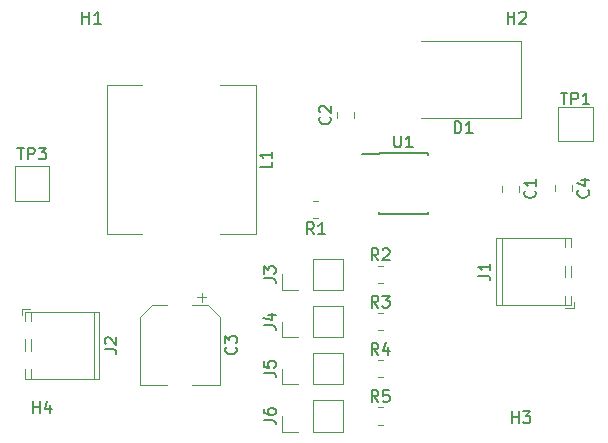
<source format=gbr>
%TF.GenerationSoftware,KiCad,Pcbnew,7.0.1*%
%TF.CreationDate,2023-04-11T14:03:01+02:00*%
%TF.ProjectId,sistabossen,73697374-6162-46f7-9373-656e2e6b6963,rev?*%
%TF.SameCoordinates,Original*%
%TF.FileFunction,Legend,Top*%
%TF.FilePolarity,Positive*%
%FSLAX46Y46*%
G04 Gerber Fmt 4.6, Leading zero omitted, Abs format (unit mm)*
G04 Created by KiCad (PCBNEW 7.0.1) date 2023-04-11 14:03:01*
%MOMM*%
%LPD*%
G01*
G04 APERTURE LIST*
%ADD10C,0.150000*%
%ADD11C,0.120000*%
G04 APERTURE END LIST*
D10*
%TO.C,U1*%
X101138095Y-53959675D02*
X101138095Y-54769198D01*
X101138095Y-54769198D02*
X101185714Y-54864436D01*
X101185714Y-54864436D02*
X101233333Y-54912056D01*
X101233333Y-54912056D02*
X101328571Y-54959675D01*
X101328571Y-54959675D02*
X101519047Y-54959675D01*
X101519047Y-54959675D02*
X101614285Y-54912056D01*
X101614285Y-54912056D02*
X101661904Y-54864436D01*
X101661904Y-54864436D02*
X101709523Y-54769198D01*
X101709523Y-54769198D02*
X101709523Y-53959675D01*
X102709523Y-54959675D02*
X102138095Y-54959675D01*
X102423809Y-54959675D02*
X102423809Y-53959675D01*
X102423809Y-53959675D02*
X102328571Y-54102532D01*
X102328571Y-54102532D02*
X102233333Y-54197770D01*
X102233333Y-54197770D02*
X102138095Y-54245389D01*
%TO.C,C4*%
X117547380Y-58579166D02*
X117595000Y-58626785D01*
X117595000Y-58626785D02*
X117642619Y-58769642D01*
X117642619Y-58769642D02*
X117642619Y-58864880D01*
X117642619Y-58864880D02*
X117595000Y-59007737D01*
X117595000Y-59007737D02*
X117499761Y-59102975D01*
X117499761Y-59102975D02*
X117404523Y-59150594D01*
X117404523Y-59150594D02*
X117214047Y-59198213D01*
X117214047Y-59198213D02*
X117071190Y-59198213D01*
X117071190Y-59198213D02*
X116880714Y-59150594D01*
X116880714Y-59150594D02*
X116785476Y-59102975D01*
X116785476Y-59102975D02*
X116690238Y-59007737D01*
X116690238Y-59007737D02*
X116642619Y-58864880D01*
X116642619Y-58864880D02*
X116642619Y-58769642D01*
X116642619Y-58769642D02*
X116690238Y-58626785D01*
X116690238Y-58626785D02*
X116737857Y-58579166D01*
X116975952Y-57722023D02*
X117642619Y-57722023D01*
X116595000Y-57960118D02*
X117309285Y-58198213D01*
X117309285Y-58198213D02*
X117309285Y-57579166D01*
%TO.C,J2*%
X76622619Y-72030389D02*
X77336904Y-72030389D01*
X77336904Y-72030389D02*
X77479761Y-72078008D01*
X77479761Y-72078008D02*
X77575000Y-72173246D01*
X77575000Y-72173246D02*
X77622619Y-72316103D01*
X77622619Y-72316103D02*
X77622619Y-72411341D01*
X76717857Y-71601817D02*
X76670238Y-71554198D01*
X76670238Y-71554198D02*
X76622619Y-71458960D01*
X76622619Y-71458960D02*
X76622619Y-71220865D01*
X76622619Y-71220865D02*
X76670238Y-71125627D01*
X76670238Y-71125627D02*
X76717857Y-71078008D01*
X76717857Y-71078008D02*
X76813095Y-71030389D01*
X76813095Y-71030389D02*
X76908333Y-71030389D01*
X76908333Y-71030389D02*
X77051190Y-71078008D01*
X77051190Y-71078008D02*
X77622619Y-71649436D01*
X77622619Y-71649436D02*
X77622619Y-71030389D01*
%TO.C,J3*%
X90092619Y-66030389D02*
X90806904Y-66030389D01*
X90806904Y-66030389D02*
X90949761Y-66078008D01*
X90949761Y-66078008D02*
X91045000Y-66173246D01*
X91045000Y-66173246D02*
X91092619Y-66316103D01*
X91092619Y-66316103D02*
X91092619Y-66411341D01*
X90092619Y-65649436D02*
X90092619Y-65030389D01*
X90092619Y-65030389D02*
X90473571Y-65363722D01*
X90473571Y-65363722D02*
X90473571Y-65220865D01*
X90473571Y-65220865D02*
X90521190Y-65125627D01*
X90521190Y-65125627D02*
X90568809Y-65078008D01*
X90568809Y-65078008D02*
X90664047Y-65030389D01*
X90664047Y-65030389D02*
X90902142Y-65030389D01*
X90902142Y-65030389D02*
X90997380Y-65078008D01*
X90997380Y-65078008D02*
X91045000Y-65125627D01*
X91045000Y-65125627D02*
X91092619Y-65220865D01*
X91092619Y-65220865D02*
X91092619Y-65506579D01*
X91092619Y-65506579D02*
X91045000Y-65601817D01*
X91045000Y-65601817D02*
X90997380Y-65649436D01*
%TO.C,J5*%
X90092619Y-74030389D02*
X90806904Y-74030389D01*
X90806904Y-74030389D02*
X90949761Y-74078008D01*
X90949761Y-74078008D02*
X91045000Y-74173246D01*
X91045000Y-74173246D02*
X91092619Y-74316103D01*
X91092619Y-74316103D02*
X91092619Y-74411341D01*
X90092619Y-73078008D02*
X90092619Y-73554198D01*
X90092619Y-73554198D02*
X90568809Y-73601817D01*
X90568809Y-73601817D02*
X90521190Y-73554198D01*
X90521190Y-73554198D02*
X90473571Y-73458960D01*
X90473571Y-73458960D02*
X90473571Y-73220865D01*
X90473571Y-73220865D02*
X90521190Y-73125627D01*
X90521190Y-73125627D02*
X90568809Y-73078008D01*
X90568809Y-73078008D02*
X90664047Y-73030389D01*
X90664047Y-73030389D02*
X90902142Y-73030389D01*
X90902142Y-73030389D02*
X90997380Y-73078008D01*
X90997380Y-73078008D02*
X91045000Y-73125627D01*
X91045000Y-73125627D02*
X91092619Y-73220865D01*
X91092619Y-73220865D02*
X91092619Y-73458960D01*
X91092619Y-73458960D02*
X91045000Y-73554198D01*
X91045000Y-73554198D02*
X90997380Y-73601817D01*
%TO.C,J6*%
X90092619Y-78030389D02*
X90806904Y-78030389D01*
X90806904Y-78030389D02*
X90949761Y-78078008D01*
X90949761Y-78078008D02*
X91045000Y-78173246D01*
X91045000Y-78173246D02*
X91092619Y-78316103D01*
X91092619Y-78316103D02*
X91092619Y-78411341D01*
X90092619Y-77125627D02*
X90092619Y-77316103D01*
X90092619Y-77316103D02*
X90140238Y-77411341D01*
X90140238Y-77411341D02*
X90187857Y-77458960D01*
X90187857Y-77458960D02*
X90330714Y-77554198D01*
X90330714Y-77554198D02*
X90521190Y-77601817D01*
X90521190Y-77601817D02*
X90902142Y-77601817D01*
X90902142Y-77601817D02*
X90997380Y-77554198D01*
X90997380Y-77554198D02*
X91045000Y-77506579D01*
X91045000Y-77506579D02*
X91092619Y-77411341D01*
X91092619Y-77411341D02*
X91092619Y-77220865D01*
X91092619Y-77220865D02*
X91045000Y-77125627D01*
X91045000Y-77125627D02*
X90997380Y-77078008D01*
X90997380Y-77078008D02*
X90902142Y-77030389D01*
X90902142Y-77030389D02*
X90664047Y-77030389D01*
X90664047Y-77030389D02*
X90568809Y-77078008D01*
X90568809Y-77078008D02*
X90521190Y-77125627D01*
X90521190Y-77125627D02*
X90473571Y-77220865D01*
X90473571Y-77220865D02*
X90473571Y-77411341D01*
X90473571Y-77411341D02*
X90521190Y-77506579D01*
X90521190Y-77506579D02*
X90568809Y-77554198D01*
X90568809Y-77554198D02*
X90664047Y-77601817D01*
%TO.C,C1*%
X113047380Y-58616666D02*
X113095000Y-58664285D01*
X113095000Y-58664285D02*
X113142619Y-58807142D01*
X113142619Y-58807142D02*
X113142619Y-58902380D01*
X113142619Y-58902380D02*
X113095000Y-59045237D01*
X113095000Y-59045237D02*
X112999761Y-59140475D01*
X112999761Y-59140475D02*
X112904523Y-59188094D01*
X112904523Y-59188094D02*
X112714047Y-59235713D01*
X112714047Y-59235713D02*
X112571190Y-59235713D01*
X112571190Y-59235713D02*
X112380714Y-59188094D01*
X112380714Y-59188094D02*
X112285476Y-59140475D01*
X112285476Y-59140475D02*
X112190238Y-59045237D01*
X112190238Y-59045237D02*
X112142619Y-58902380D01*
X112142619Y-58902380D02*
X112142619Y-58807142D01*
X112142619Y-58807142D02*
X112190238Y-58664285D01*
X112190238Y-58664285D02*
X112237857Y-58616666D01*
X113142619Y-57664285D02*
X113142619Y-58235713D01*
X113142619Y-57949999D02*
X112142619Y-57949999D01*
X112142619Y-57949999D02*
X112285476Y-58045237D01*
X112285476Y-58045237D02*
X112380714Y-58140475D01*
X112380714Y-58140475D02*
X112428333Y-58235713D01*
%TO.C,J4*%
X90092619Y-70030389D02*
X90806904Y-70030389D01*
X90806904Y-70030389D02*
X90949761Y-70078008D01*
X90949761Y-70078008D02*
X91045000Y-70173246D01*
X91045000Y-70173246D02*
X91092619Y-70316103D01*
X91092619Y-70316103D02*
X91092619Y-70411341D01*
X90425952Y-69125627D02*
X91092619Y-69125627D01*
X90045000Y-69363722D02*
X90759285Y-69601817D01*
X90759285Y-69601817D02*
X90759285Y-68982770D01*
%TO.C,J1*%
X108262619Y-65800389D02*
X108976904Y-65800389D01*
X108976904Y-65800389D02*
X109119761Y-65848008D01*
X109119761Y-65848008D02*
X109215000Y-65943246D01*
X109215000Y-65943246D02*
X109262619Y-66086103D01*
X109262619Y-66086103D02*
X109262619Y-66181341D01*
X109262619Y-64800389D02*
X109262619Y-65371817D01*
X109262619Y-65086103D02*
X108262619Y-65086103D01*
X108262619Y-65086103D02*
X108405476Y-65181341D01*
X108405476Y-65181341D02*
X108500714Y-65276579D01*
X108500714Y-65276579D02*
X108548333Y-65371817D01*
%TO.C,C2*%
X95687380Y-52363722D02*
X95735000Y-52411341D01*
X95735000Y-52411341D02*
X95782619Y-52554198D01*
X95782619Y-52554198D02*
X95782619Y-52649436D01*
X95782619Y-52649436D02*
X95735000Y-52792293D01*
X95735000Y-52792293D02*
X95639761Y-52887531D01*
X95639761Y-52887531D02*
X95544523Y-52935150D01*
X95544523Y-52935150D02*
X95354047Y-52982769D01*
X95354047Y-52982769D02*
X95211190Y-52982769D01*
X95211190Y-52982769D02*
X95020714Y-52935150D01*
X95020714Y-52935150D02*
X94925476Y-52887531D01*
X94925476Y-52887531D02*
X94830238Y-52792293D01*
X94830238Y-52792293D02*
X94782619Y-52649436D01*
X94782619Y-52649436D02*
X94782619Y-52554198D01*
X94782619Y-52554198D02*
X94830238Y-52411341D01*
X94830238Y-52411341D02*
X94877857Y-52363722D01*
X94877857Y-51982769D02*
X94830238Y-51935150D01*
X94830238Y-51935150D02*
X94782619Y-51839912D01*
X94782619Y-51839912D02*
X94782619Y-51601817D01*
X94782619Y-51601817D02*
X94830238Y-51506579D01*
X94830238Y-51506579D02*
X94877857Y-51458960D01*
X94877857Y-51458960D02*
X94973095Y-51411341D01*
X94973095Y-51411341D02*
X95068333Y-51411341D01*
X95068333Y-51411341D02*
X95211190Y-51458960D01*
X95211190Y-51458960D02*
X95782619Y-52030388D01*
X95782619Y-52030388D02*
X95782619Y-51411341D01*
%TO.C,R4*%
X99793333Y-72509675D02*
X99460000Y-72033484D01*
X99221905Y-72509675D02*
X99221905Y-71509675D01*
X99221905Y-71509675D02*
X99602857Y-71509675D01*
X99602857Y-71509675D02*
X99698095Y-71557294D01*
X99698095Y-71557294D02*
X99745714Y-71604913D01*
X99745714Y-71604913D02*
X99793333Y-71700151D01*
X99793333Y-71700151D02*
X99793333Y-71843008D01*
X99793333Y-71843008D02*
X99745714Y-71938246D01*
X99745714Y-71938246D02*
X99698095Y-71985865D01*
X99698095Y-71985865D02*
X99602857Y-72033484D01*
X99602857Y-72033484D02*
X99221905Y-72033484D01*
X100650476Y-71843008D02*
X100650476Y-72509675D01*
X100412381Y-71462056D02*
X100174286Y-72176341D01*
X100174286Y-72176341D02*
X100793333Y-72176341D01*
%TO.C,R2*%
X99793333Y-64509675D02*
X99460000Y-64033484D01*
X99221905Y-64509675D02*
X99221905Y-63509675D01*
X99221905Y-63509675D02*
X99602857Y-63509675D01*
X99602857Y-63509675D02*
X99698095Y-63557294D01*
X99698095Y-63557294D02*
X99745714Y-63604913D01*
X99745714Y-63604913D02*
X99793333Y-63700151D01*
X99793333Y-63700151D02*
X99793333Y-63843008D01*
X99793333Y-63843008D02*
X99745714Y-63938246D01*
X99745714Y-63938246D02*
X99698095Y-63985865D01*
X99698095Y-63985865D02*
X99602857Y-64033484D01*
X99602857Y-64033484D02*
X99221905Y-64033484D01*
X100174286Y-63604913D02*
X100221905Y-63557294D01*
X100221905Y-63557294D02*
X100317143Y-63509675D01*
X100317143Y-63509675D02*
X100555238Y-63509675D01*
X100555238Y-63509675D02*
X100650476Y-63557294D01*
X100650476Y-63557294D02*
X100698095Y-63604913D01*
X100698095Y-63604913D02*
X100745714Y-63700151D01*
X100745714Y-63700151D02*
X100745714Y-63795389D01*
X100745714Y-63795389D02*
X100698095Y-63938246D01*
X100698095Y-63938246D02*
X100126667Y-64509675D01*
X100126667Y-64509675D02*
X100745714Y-64509675D01*
%TO.C,R3*%
X99793333Y-68509675D02*
X99460000Y-68033484D01*
X99221905Y-68509675D02*
X99221905Y-67509675D01*
X99221905Y-67509675D02*
X99602857Y-67509675D01*
X99602857Y-67509675D02*
X99698095Y-67557294D01*
X99698095Y-67557294D02*
X99745714Y-67604913D01*
X99745714Y-67604913D02*
X99793333Y-67700151D01*
X99793333Y-67700151D02*
X99793333Y-67843008D01*
X99793333Y-67843008D02*
X99745714Y-67938246D01*
X99745714Y-67938246D02*
X99698095Y-67985865D01*
X99698095Y-67985865D02*
X99602857Y-68033484D01*
X99602857Y-68033484D02*
X99221905Y-68033484D01*
X100126667Y-67509675D02*
X100745714Y-67509675D01*
X100745714Y-67509675D02*
X100412381Y-67890627D01*
X100412381Y-67890627D02*
X100555238Y-67890627D01*
X100555238Y-67890627D02*
X100650476Y-67938246D01*
X100650476Y-67938246D02*
X100698095Y-67985865D01*
X100698095Y-67985865D02*
X100745714Y-68081103D01*
X100745714Y-68081103D02*
X100745714Y-68319198D01*
X100745714Y-68319198D02*
X100698095Y-68414436D01*
X100698095Y-68414436D02*
X100650476Y-68462056D01*
X100650476Y-68462056D02*
X100555238Y-68509675D01*
X100555238Y-68509675D02*
X100269524Y-68509675D01*
X100269524Y-68509675D02*
X100174286Y-68462056D01*
X100174286Y-68462056D02*
X100126667Y-68414436D01*
%TO.C,C3*%
X87717380Y-71863722D02*
X87765000Y-71911341D01*
X87765000Y-71911341D02*
X87812619Y-72054198D01*
X87812619Y-72054198D02*
X87812619Y-72149436D01*
X87812619Y-72149436D02*
X87765000Y-72292293D01*
X87765000Y-72292293D02*
X87669761Y-72387531D01*
X87669761Y-72387531D02*
X87574523Y-72435150D01*
X87574523Y-72435150D02*
X87384047Y-72482769D01*
X87384047Y-72482769D02*
X87241190Y-72482769D01*
X87241190Y-72482769D02*
X87050714Y-72435150D01*
X87050714Y-72435150D02*
X86955476Y-72387531D01*
X86955476Y-72387531D02*
X86860238Y-72292293D01*
X86860238Y-72292293D02*
X86812619Y-72149436D01*
X86812619Y-72149436D02*
X86812619Y-72054198D01*
X86812619Y-72054198D02*
X86860238Y-71911341D01*
X86860238Y-71911341D02*
X86907857Y-71863722D01*
X86812619Y-71530388D02*
X86812619Y-70911341D01*
X86812619Y-70911341D02*
X87193571Y-71244674D01*
X87193571Y-71244674D02*
X87193571Y-71101817D01*
X87193571Y-71101817D02*
X87241190Y-71006579D01*
X87241190Y-71006579D02*
X87288809Y-70958960D01*
X87288809Y-70958960D02*
X87384047Y-70911341D01*
X87384047Y-70911341D02*
X87622142Y-70911341D01*
X87622142Y-70911341D02*
X87717380Y-70958960D01*
X87717380Y-70958960D02*
X87765000Y-71006579D01*
X87765000Y-71006579D02*
X87812619Y-71101817D01*
X87812619Y-71101817D02*
X87812619Y-71387531D01*
X87812619Y-71387531D02*
X87765000Y-71482769D01*
X87765000Y-71482769D02*
X87717380Y-71530388D01*
%TO.C,TP3*%
X69238095Y-54962619D02*
X69809523Y-54962619D01*
X69523809Y-55962619D02*
X69523809Y-54962619D01*
X70142857Y-55962619D02*
X70142857Y-54962619D01*
X70142857Y-54962619D02*
X70523809Y-54962619D01*
X70523809Y-54962619D02*
X70619047Y-55010238D01*
X70619047Y-55010238D02*
X70666666Y-55057857D01*
X70666666Y-55057857D02*
X70714285Y-55153095D01*
X70714285Y-55153095D02*
X70714285Y-55295952D01*
X70714285Y-55295952D02*
X70666666Y-55391190D01*
X70666666Y-55391190D02*
X70619047Y-55438809D01*
X70619047Y-55438809D02*
X70523809Y-55486428D01*
X70523809Y-55486428D02*
X70142857Y-55486428D01*
X71047619Y-54962619D02*
X71666666Y-54962619D01*
X71666666Y-54962619D02*
X71333333Y-55343571D01*
X71333333Y-55343571D02*
X71476190Y-55343571D01*
X71476190Y-55343571D02*
X71571428Y-55391190D01*
X71571428Y-55391190D02*
X71619047Y-55438809D01*
X71619047Y-55438809D02*
X71666666Y-55534047D01*
X71666666Y-55534047D02*
X71666666Y-55772142D01*
X71666666Y-55772142D02*
X71619047Y-55867380D01*
X71619047Y-55867380D02*
X71571428Y-55915000D01*
X71571428Y-55915000D02*
X71476190Y-55962619D01*
X71476190Y-55962619D02*
X71190476Y-55962619D01*
X71190476Y-55962619D02*
X71095238Y-55915000D01*
X71095238Y-55915000D02*
X71047619Y-55867380D01*
%TO.C,H3*%
X111095151Y-78305875D02*
X111095151Y-77305875D01*
X111095151Y-77782065D02*
X111666579Y-77782065D01*
X111666579Y-78305875D02*
X111666579Y-77305875D01*
X112047532Y-77305875D02*
X112666579Y-77305875D01*
X112666579Y-77305875D02*
X112333246Y-77686827D01*
X112333246Y-77686827D02*
X112476103Y-77686827D01*
X112476103Y-77686827D02*
X112571341Y-77734446D01*
X112571341Y-77734446D02*
X112618960Y-77782065D01*
X112618960Y-77782065D02*
X112666579Y-77877303D01*
X112666579Y-77877303D02*
X112666579Y-78115398D01*
X112666579Y-78115398D02*
X112618960Y-78210636D01*
X112618960Y-78210636D02*
X112571341Y-78258256D01*
X112571341Y-78258256D02*
X112476103Y-78305875D01*
X112476103Y-78305875D02*
X112190389Y-78305875D01*
X112190389Y-78305875D02*
X112095151Y-78258256D01*
X112095151Y-78258256D02*
X112047532Y-78210636D01*
%TO.C,R5*%
X99793333Y-76509675D02*
X99460000Y-76033484D01*
X99221905Y-76509675D02*
X99221905Y-75509675D01*
X99221905Y-75509675D02*
X99602857Y-75509675D01*
X99602857Y-75509675D02*
X99698095Y-75557294D01*
X99698095Y-75557294D02*
X99745714Y-75604913D01*
X99745714Y-75604913D02*
X99793333Y-75700151D01*
X99793333Y-75700151D02*
X99793333Y-75843008D01*
X99793333Y-75843008D02*
X99745714Y-75938246D01*
X99745714Y-75938246D02*
X99698095Y-75985865D01*
X99698095Y-75985865D02*
X99602857Y-76033484D01*
X99602857Y-76033484D02*
X99221905Y-76033484D01*
X100698095Y-75509675D02*
X100221905Y-75509675D01*
X100221905Y-75509675D02*
X100174286Y-75985865D01*
X100174286Y-75985865D02*
X100221905Y-75938246D01*
X100221905Y-75938246D02*
X100317143Y-75890627D01*
X100317143Y-75890627D02*
X100555238Y-75890627D01*
X100555238Y-75890627D02*
X100650476Y-75938246D01*
X100650476Y-75938246D02*
X100698095Y-75985865D01*
X100698095Y-75985865D02*
X100745714Y-76081103D01*
X100745714Y-76081103D02*
X100745714Y-76319198D01*
X100745714Y-76319198D02*
X100698095Y-76414436D01*
X100698095Y-76414436D02*
X100650476Y-76462056D01*
X100650476Y-76462056D02*
X100555238Y-76509675D01*
X100555238Y-76509675D02*
X100317143Y-76509675D01*
X100317143Y-76509675D02*
X100221905Y-76462056D01*
X100221905Y-76462056D02*
X100174286Y-76414436D01*
%TO.C,R1*%
X94333333Y-62309675D02*
X94000000Y-61833484D01*
X93761905Y-62309675D02*
X93761905Y-61309675D01*
X93761905Y-61309675D02*
X94142857Y-61309675D01*
X94142857Y-61309675D02*
X94238095Y-61357294D01*
X94238095Y-61357294D02*
X94285714Y-61404913D01*
X94285714Y-61404913D02*
X94333333Y-61500151D01*
X94333333Y-61500151D02*
X94333333Y-61643008D01*
X94333333Y-61643008D02*
X94285714Y-61738246D01*
X94285714Y-61738246D02*
X94238095Y-61785865D01*
X94238095Y-61785865D02*
X94142857Y-61833484D01*
X94142857Y-61833484D02*
X93761905Y-61833484D01*
X95285714Y-62309675D02*
X94714286Y-62309675D01*
X95000000Y-62309675D02*
X95000000Y-61309675D01*
X95000000Y-61309675D02*
X94904762Y-61452532D01*
X94904762Y-61452532D02*
X94809524Y-61547770D01*
X94809524Y-61547770D02*
X94714286Y-61595389D01*
%TO.C,H2*%
X110738095Y-44462619D02*
X110738095Y-43462619D01*
X110738095Y-43938809D02*
X111309523Y-43938809D01*
X111309523Y-44462619D02*
X111309523Y-43462619D01*
X111738095Y-43557857D02*
X111785714Y-43510238D01*
X111785714Y-43510238D02*
X111880952Y-43462619D01*
X111880952Y-43462619D02*
X112119047Y-43462619D01*
X112119047Y-43462619D02*
X112214285Y-43510238D01*
X112214285Y-43510238D02*
X112261904Y-43557857D01*
X112261904Y-43557857D02*
X112309523Y-43653095D01*
X112309523Y-43653095D02*
X112309523Y-43748333D01*
X112309523Y-43748333D02*
X112261904Y-43891190D01*
X112261904Y-43891190D02*
X111690476Y-44462619D01*
X111690476Y-44462619D02*
X112309523Y-44462619D01*
%TO.C,TP1*%
X115238095Y-50314619D02*
X115809523Y-50314619D01*
X115523809Y-51314619D02*
X115523809Y-50314619D01*
X116142857Y-51314619D02*
X116142857Y-50314619D01*
X116142857Y-50314619D02*
X116523809Y-50314619D01*
X116523809Y-50314619D02*
X116619047Y-50362238D01*
X116619047Y-50362238D02*
X116666666Y-50409857D01*
X116666666Y-50409857D02*
X116714285Y-50505095D01*
X116714285Y-50505095D02*
X116714285Y-50647952D01*
X116714285Y-50647952D02*
X116666666Y-50743190D01*
X116666666Y-50743190D02*
X116619047Y-50790809D01*
X116619047Y-50790809D02*
X116523809Y-50838428D01*
X116523809Y-50838428D02*
X116142857Y-50838428D01*
X117666666Y-51314619D02*
X117095238Y-51314619D01*
X117380952Y-51314619D02*
X117380952Y-50314619D01*
X117380952Y-50314619D02*
X117285714Y-50457476D01*
X117285714Y-50457476D02*
X117190476Y-50552714D01*
X117190476Y-50552714D02*
X117095238Y-50600333D01*
%TO.C,H1*%
X74738095Y-44462619D02*
X74738095Y-43462619D01*
X74738095Y-43938809D02*
X75309523Y-43938809D01*
X75309523Y-44462619D02*
X75309523Y-43462619D01*
X76309523Y-44462619D02*
X75738095Y-44462619D01*
X76023809Y-44462619D02*
X76023809Y-43462619D01*
X76023809Y-43462619D02*
X75928571Y-43605476D01*
X75928571Y-43605476D02*
X75833333Y-43700714D01*
X75833333Y-43700714D02*
X75738095Y-43748333D01*
%TO.C,L1*%
X90759675Y-56166666D02*
X90759675Y-56642856D01*
X90759675Y-56642856D02*
X89759675Y-56642856D01*
X90759675Y-55309523D02*
X90759675Y-55880951D01*
X90759675Y-55595237D02*
X89759675Y-55595237D01*
X89759675Y-55595237D02*
X89902532Y-55690475D01*
X89902532Y-55690475D02*
X89997770Y-55785713D01*
X89997770Y-55785713D02*
X90045389Y-55880951D01*
%TO.C,D1*%
X106261905Y-53759675D02*
X106261905Y-52759675D01*
X106261905Y-52759675D02*
X106500000Y-52759675D01*
X106500000Y-52759675D02*
X106642857Y-52807294D01*
X106642857Y-52807294D02*
X106738095Y-52902532D01*
X106738095Y-52902532D02*
X106785714Y-52997770D01*
X106785714Y-52997770D02*
X106833333Y-53188246D01*
X106833333Y-53188246D02*
X106833333Y-53331103D01*
X106833333Y-53331103D02*
X106785714Y-53521579D01*
X106785714Y-53521579D02*
X106738095Y-53616817D01*
X106738095Y-53616817D02*
X106642857Y-53712056D01*
X106642857Y-53712056D02*
X106500000Y-53759675D01*
X106500000Y-53759675D02*
X106261905Y-53759675D01*
X107785714Y-53759675D02*
X107214286Y-53759675D01*
X107500000Y-53759675D02*
X107500000Y-52759675D01*
X107500000Y-52759675D02*
X107404762Y-52902532D01*
X107404762Y-52902532D02*
X107309524Y-52997770D01*
X107309524Y-52997770D02*
X107214286Y-53045389D01*
%TO.C,H4*%
X70541039Y-77459675D02*
X70541039Y-76459675D01*
X70541039Y-76935865D02*
X71112467Y-76935865D01*
X71112467Y-77459675D02*
X71112467Y-76459675D01*
X72017229Y-76793008D02*
X72017229Y-77459675D01*
X71779134Y-76412056D02*
X71541039Y-77126341D01*
X71541039Y-77126341D02*
X72160086Y-77126341D01*
%TO.C,U1*%
X99825000Y-55422056D02*
X99825000Y-55472056D01*
X99825000Y-55422056D02*
X103975000Y-55422056D01*
X99825000Y-55472056D02*
X98425000Y-55472056D01*
X99825000Y-60572056D02*
X99825000Y-60427056D01*
X99825000Y-60572056D02*
X103975000Y-60572056D01*
X103975000Y-55422056D02*
X103975000Y-55567056D01*
X103975000Y-60572056D02*
X103975000Y-60427056D01*
D11*
%TO.C,C4*%
X116235000Y-58151248D02*
X116235000Y-58673752D01*
X114765000Y-58151248D02*
X114765000Y-58673752D01*
%TO.C,J2*%
X70340000Y-68627056D02*
X69600000Y-68627056D01*
X69600000Y-68627056D02*
X69600000Y-69127056D01*
X76160000Y-68867056D02*
X69840000Y-68867056D01*
X76160000Y-68867056D02*
X76160000Y-74527056D01*
X75700000Y-68867056D02*
X75700000Y-74527056D01*
X70400000Y-68867056D02*
X70400000Y-69637056D01*
X69840000Y-68867056D02*
X69840000Y-69637056D01*
X70400000Y-71217056D02*
X70400000Y-72177056D01*
X69840000Y-71217056D02*
X69840000Y-72177056D01*
X70400000Y-73757056D02*
X70400000Y-74527056D01*
X69840000Y-73757056D02*
X69840000Y-74527056D01*
X76160000Y-74527056D02*
X69840000Y-74527056D01*
%TO.C,J3*%
X91630000Y-67027056D02*
X91630000Y-65697056D01*
X92960000Y-67027056D02*
X91630000Y-67027056D01*
X94230000Y-67027056D02*
X96830000Y-67027056D01*
X94230000Y-67027056D02*
X94230000Y-64367056D01*
X96830000Y-67027056D02*
X96830000Y-64367056D01*
X94230000Y-64367056D02*
X96830000Y-64367056D01*
%TO.C,J5*%
X91630000Y-75027056D02*
X91630000Y-73697056D01*
X92960000Y-75027056D02*
X91630000Y-75027056D01*
X94230000Y-75027056D02*
X96830000Y-75027056D01*
X94230000Y-75027056D02*
X94230000Y-72367056D01*
X96830000Y-75027056D02*
X96830000Y-72367056D01*
X94230000Y-72367056D02*
X96830000Y-72367056D01*
%TO.C,J6*%
X91630000Y-79027056D02*
X91630000Y-77697056D01*
X92960000Y-79027056D02*
X91630000Y-79027056D01*
X94230000Y-79027056D02*
X96830000Y-79027056D01*
X94230000Y-79027056D02*
X94230000Y-76367056D01*
X96830000Y-79027056D02*
X96830000Y-76367056D01*
X94230000Y-76367056D02*
X96830000Y-76367056D01*
%TO.C,C1*%
X111735000Y-58188748D02*
X111735000Y-58711252D01*
X110265000Y-58188748D02*
X110265000Y-58711252D01*
%TO.C,J4*%
X91630000Y-71027056D02*
X91630000Y-69697056D01*
X92960000Y-71027056D02*
X91630000Y-71027056D01*
X94230000Y-71027056D02*
X96830000Y-71027056D01*
X94230000Y-71027056D02*
X94230000Y-68367056D01*
X96830000Y-71027056D02*
X96830000Y-68367056D01*
X94230000Y-68367056D02*
X96830000Y-68367056D01*
%TO.C,J1*%
X115620000Y-68537056D02*
X116360000Y-68537056D01*
X116360000Y-68537056D02*
X116360000Y-68037056D01*
X109800000Y-68297056D02*
X116120000Y-68297056D01*
X109800000Y-68297056D02*
X109800000Y-62637056D01*
X110260000Y-68297056D02*
X110260000Y-62637056D01*
X115560000Y-68297056D02*
X115560000Y-67527056D01*
X116120000Y-68297056D02*
X116120000Y-67527056D01*
X115560000Y-65947056D02*
X115560000Y-64987056D01*
X116120000Y-65947056D02*
X116120000Y-64987056D01*
X115560000Y-63407056D02*
X115560000Y-62637056D01*
X116120000Y-63407056D02*
X116120000Y-62637056D01*
X109800000Y-62637056D02*
X116120000Y-62637056D01*
%TO.C,C2*%
X96265000Y-52458308D02*
X96265000Y-51935804D01*
X97735000Y-52458308D02*
X97735000Y-51935804D01*
%TO.C,R4*%
X99732936Y-72962056D02*
X100187064Y-72962056D01*
X99732936Y-74432056D02*
X100187064Y-74432056D01*
%TO.C,R2*%
X99732936Y-64962056D02*
X100187064Y-64962056D01*
X99732936Y-66432056D02*
X100187064Y-66432056D01*
%TO.C,R3*%
X99732936Y-68962056D02*
X100187064Y-68962056D01*
X99732936Y-70432056D02*
X100187064Y-70432056D01*
%TO.C,C3*%
X84847500Y-67259556D02*
X84847500Y-68047056D01*
X85241250Y-67653306D02*
X84453750Y-67653306D01*
X85345563Y-68287056D02*
X84060000Y-68287056D01*
X85345563Y-68287056D02*
X86410000Y-69351493D01*
X80654437Y-68287056D02*
X81940000Y-68287056D01*
X80654437Y-68287056D02*
X79590000Y-69351493D01*
X86410000Y-69351493D02*
X86410000Y-75107056D01*
X79590000Y-69351493D02*
X79590000Y-75107056D01*
X86410000Y-75107056D02*
X84060000Y-75107056D01*
X79590000Y-75107056D02*
X81940000Y-75107056D01*
%TO.C,TP3*%
X69050000Y-56550000D02*
X71950000Y-56550000D01*
X69050000Y-59450000D02*
X69050000Y-56550000D01*
X71950000Y-56550000D02*
X71950000Y-59450000D01*
X71950000Y-59450000D02*
X69050000Y-59450000D01*
%TO.C,R5*%
X99732936Y-76962056D02*
X100187064Y-76962056D01*
X99732936Y-78432056D02*
X100187064Y-78432056D01*
%TO.C,R1*%
X94727064Y-60932056D02*
X94272936Y-60932056D01*
X94727064Y-59462056D02*
X94272936Y-59462056D01*
%TO.C,TP1*%
X115050000Y-51550000D02*
X117950000Y-51550000D01*
X115050000Y-54450000D02*
X115050000Y-51550000D01*
X117950000Y-51550000D02*
X117950000Y-54450000D01*
X117950000Y-54450000D02*
X115050000Y-54450000D01*
%TO.C,L1*%
X89397056Y-49700000D02*
X89397056Y-62300000D01*
X86397056Y-49700000D02*
X89397056Y-49700000D01*
X76797056Y-49700000D02*
X79797056Y-49700000D01*
X89397056Y-62300000D02*
X86397056Y-62300000D01*
X79797056Y-62300000D02*
X76797056Y-62300000D01*
X76797056Y-62300000D02*
X76797056Y-49700000D01*
%TO.C,D1*%
X111910000Y-52447056D02*
X103400000Y-52447056D01*
X111910000Y-45947056D02*
X111910000Y-52447056D01*
X111910000Y-45947056D02*
X103400000Y-45947056D01*
%TD*%
M02*

</source>
